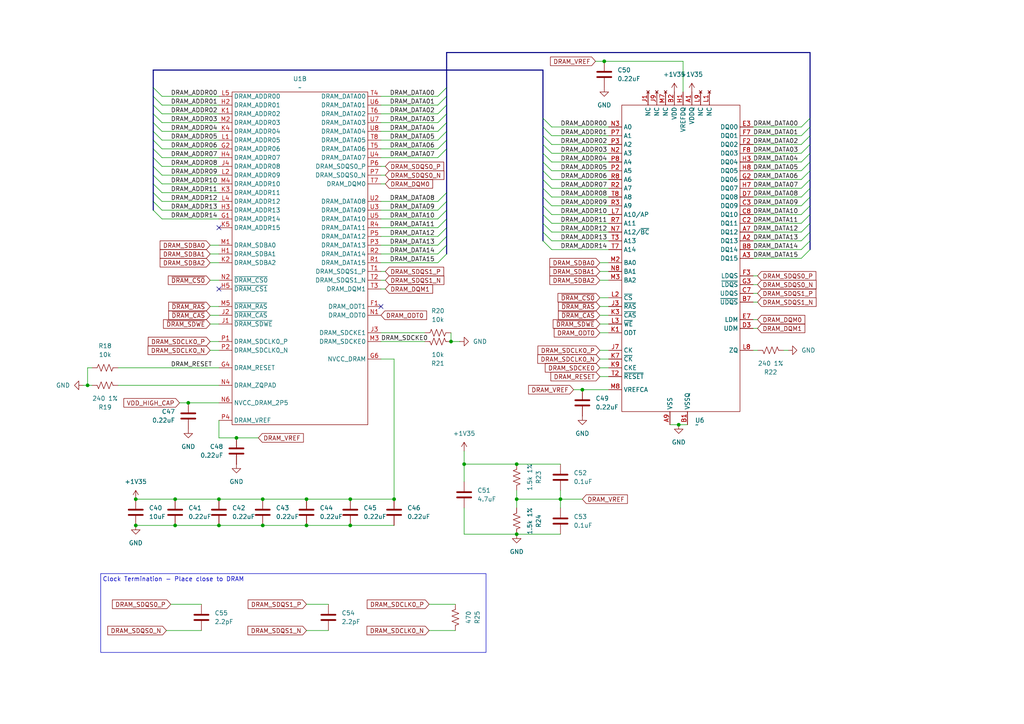
<source format=kicad_sch>
(kicad_sch (version 20231120) (generator "eeschema") (generator_version "8.0")
  (paper "A4")
  (junction (at 50.8 152.4))
  (junction (at 50.8 144.78))
  (junction (at 196.85 123.19))
  (junction (at 114.3 144.78))
  (junction (at 175.26 17.78))
  (junction (at 101.6 152.4))
  (junction (at 76.2 152.4))
  (junction (at 25.4 111.76))
  (junction (at 101.6 144.78))
  (junction (at 88.9 152.4))
  (junction (at 63.5 144.78))
  (junction (at 149.86 144.78))
  (junction (at 39.37 152.4))
  (junction (at 130.81 99.06))
  (junction (at 39.37 144.78))
  (junction (at 134.62 134.62))
  (junction (at 63.5 152.4))
  (junction (at 54.61 116.84))
  (junction (at 76.2 144.78))
  (junction (at 68.58 127))
  (junction (at 88.9 144.78))
  (junction (at 149.86 134.62))
  (junction (at 149.86 154.94))
  (junction (at 162.56 144.78))
  (junction (at 168.91 113.03))
  (no_connect (at 110.49 88.9))
  (no_connect (at 63.5 66.04))
  (no_connect (at 63.5 83.82))
  (bus_entry (at 44.45 27.94) (size 2.54 2.54))
  (bus_entry (at 129.54 30.48) (size -2.54 2.54))
  (bus_entry (at 129.54 60.96) (size -2.54 2.54))
  (bus_entry (at 157.48 34.29) (size 2.54 2.54))
  (bus_entry (at 44.45 60.96) (size 2.54 2.54))
  (bus_entry (at 234.95 69.85) (size -2.54 2.54))
  (bus_entry (at 234.95 39.37) (size -2.54 2.54))
  (bus_entry (at 44.45 30.48) (size 2.54 2.54))
  (bus_entry (at 129.54 71.12) (size -2.54 2.54))
  (bus_entry (at 44.45 33.02) (size 2.54 2.54))
  (bus_entry (at 129.54 63.5) (size -2.54 2.54))
  (bus_entry (at 157.48 46.99) (size 2.54 2.54))
  (bus_entry (at 234.95 49.53) (size -2.54 2.54))
  (bus_entry (at 129.54 40.64) (size -2.54 2.54))
  (bus_entry (at 234.95 59.69) (size -2.54 2.54))
  (bus_entry (at 129.54 33.02) (size -2.54 2.54))
  (bus_entry (at 157.48 64.77) (size 2.54 2.54))
  (bus_entry (at 157.48 59.69) (size 2.54 2.54))
  (bus_entry (at 44.45 55.88) (size 2.54 2.54))
  (bus_entry (at 44.45 25.4) (size 2.54 2.54))
  (bus_entry (at 129.54 58.42) (size -2.54 2.54))
  (bus_entry (at 129.54 73.66) (size -2.54 2.54))
  (bus_entry (at 234.95 44.45) (size -2.54 2.54))
  (bus_entry (at 44.45 45.72) (size 2.54 2.54))
  (bus_entry (at 129.54 38.1) (size -2.54 2.54))
  (bus_entry (at 44.45 58.42) (size 2.54 2.54))
  (bus_entry (at 157.48 44.45) (size 2.54 2.54))
  (bus_entry (at 129.54 27.94) (size -2.54 2.54))
  (bus_entry (at 234.95 41.91) (size -2.54 2.54))
  (bus_entry (at 129.54 66.04) (size -2.54 2.54))
  (bus_entry (at 234.95 64.77) (size -2.54 2.54))
  (bus_entry (at 44.45 35.56) (size 2.54 2.54))
  (bus_entry (at 157.48 67.31) (size 2.54 2.54))
  (bus_entry (at 157.48 39.37) (size 2.54 2.54))
  (bus_entry (at 44.45 48.26) (size 2.54 2.54))
  (bus_entry (at 44.45 50.8) (size 2.54 2.54))
  (bus_entry (at 234.95 62.23) (size -2.54 2.54))
  (bus_entry (at 234.95 52.07) (size -2.54 2.54))
  (bus_entry (at 129.54 43.18) (size -2.54 2.54))
  (bus_entry (at 157.48 49.53) (size 2.54 2.54))
  (bus_entry (at 44.45 40.64) (size 2.54 2.54))
  (bus_entry (at 157.48 52.07) (size 2.54 2.54))
  (bus_entry (at 129.54 55.88) (size -2.54 2.54))
  (bus_entry (at 44.45 38.1) (size 2.54 2.54))
  (bus_entry (at 44.45 53.34) (size 2.54 2.54))
  (bus_entry (at 157.48 41.91) (size 2.54 2.54))
  (bus_entry (at 234.95 54.61) (size -2.54 2.54))
  (bus_entry (at 234.95 36.83) (size -2.54 2.54))
  (bus_entry (at 44.45 43.18) (size 2.54 2.54))
  (bus_entry (at 157.48 69.85) (size 2.54 2.54))
  (bus_entry (at 157.48 57.15) (size 2.54 2.54))
  (bus_entry (at 157.48 62.23) (size 2.54 2.54))
  (bus_entry (at 234.95 67.31) (size -2.54 2.54))
  (bus_entry (at 234.95 34.29) (size -2.54 2.54))
  (bus_entry (at 157.48 36.83) (size 2.54 2.54))
  (bus_entry (at 157.48 54.61) (size 2.54 2.54))
  (bus_entry (at 234.95 57.15) (size -2.54 2.54))
  (bus_entry (at 129.54 68.58) (size -2.54 2.54))
  (bus_entry (at 234.95 46.99) (size -2.54 2.54))
  (bus_entry (at 234.95 72.39) (size -2.54 2.54))
  (bus_entry (at 129.54 35.56) (size -2.54 2.54))
  (bus_entry (at 129.54 25.4) (size -2.54 2.54))
  (wire (pts (xy 110.49 40.64) (xy 127 40.64)))
  (bus (pts (xy 157.48 64.77) (xy 157.48 62.23)))
  (wire (pts (xy 160.02 67.31) (xy 176.53 67.31)))
  (wire (pts (xy 219.71 101.6) (xy 218.44 101.6)))
  (bus (pts (xy 234.95 15.24) (xy 234.95 34.29)))
  (wire (pts (xy 199.39 123.19) (xy 196.85 123.19)))
  (bus (pts (xy 44.45 53.34) (xy 44.45 50.8)))
  (bus (pts (xy 129.54 25.4) (xy 129.54 15.24)))
  (wire (pts (xy 134.62 154.94) (xy 134.62 147.32)))
  (wire (pts (xy 46.99 40.64) (xy 63.5 40.64)))
  (wire (pts (xy 160.02 39.37) (xy 176.53 39.37)))
  (wire (pts (xy 160.02 36.83) (xy 176.53 36.83)))
  (wire (pts (xy 110.49 30.48) (xy 127 30.48)))
  (bus (pts (xy 44.45 43.18) (xy 44.45 40.64)))
  (wire (pts (xy 160.02 57.15) (xy 176.53 57.15)))
  (bus (pts (xy 129.54 30.48) (xy 129.54 27.94)))
  (wire (pts (xy 110.49 35.56) (xy 127 35.56)))
  (wire (pts (xy 134.62 130.81) (xy 134.62 134.62)))
  (bus (pts (xy 234.95 54.61) (xy 234.95 52.07)))
  (wire (pts (xy 46.99 50.8) (xy 63.5 50.8)))
  (bus (pts (xy 129.54 15.24) (xy 234.95 15.24)))
  (wire (pts (xy 160.02 59.69) (xy 176.53 59.69)))
  (wire (pts (xy 48.26 182.88) (xy 58.42 182.88)))
  (bus (pts (xy 129.54 58.42) (xy 129.54 55.88)))
  (wire (pts (xy 46.99 58.42) (xy 63.5 58.42)))
  (wire (pts (xy 110.49 96.52) (xy 123.19 96.52)))
  (wire (pts (xy 60.96 91.44) (xy 63.5 91.44)))
  (wire (pts (xy 218.44 49.53) (xy 232.41 49.53)))
  (wire (pts (xy 160.02 64.77) (xy 176.53 64.77)))
  (bus (pts (xy 44.45 60.96) (xy 44.45 58.42)))
  (wire (pts (xy 88.9 152.4) (xy 101.6 152.4)))
  (bus (pts (xy 234.95 41.91) (xy 234.95 39.37)))
  (wire (pts (xy 173.99 91.44) (xy 176.53 91.44)))
  (wire (pts (xy 68.58 127) (xy 63.5 127)))
  (wire (pts (xy 60.96 99.06) (xy 63.5 99.06)))
  (wire (pts (xy 196.85 123.19) (xy 194.31 123.19)))
  (bus (pts (xy 234.95 36.83) (xy 234.95 34.29)))
  (bus (pts (xy 44.45 50.8) (xy 44.45 48.26)))
  (wire (pts (xy 63.5 144.78) (xy 76.2 144.78)))
  (wire (pts (xy 110.49 27.94) (xy 127 27.94)))
  (bus (pts (xy 129.54 73.66) (xy 129.54 71.12)))
  (bus (pts (xy 129.54 33.02) (xy 129.54 30.48)))
  (wire (pts (xy 160.02 54.61) (xy 176.53 54.61)))
  (wire (pts (xy 173.99 86.36) (xy 176.53 86.36)))
  (wire (pts (xy 110.49 76.2) (xy 127 76.2)))
  (wire (pts (xy 218.44 62.23) (xy 232.41 62.23)))
  (wire (pts (xy 173.99 96.52) (xy 176.53 96.52)))
  (wire (pts (xy 218.44 41.91) (xy 232.41 41.91)))
  (wire (pts (xy 60.96 71.12) (xy 63.5 71.12)))
  (bus (pts (xy 157.48 57.15) (xy 157.48 54.61)))
  (wire (pts (xy 149.86 134.62) (xy 162.56 134.62)))
  (wire (pts (xy 46.99 43.18) (xy 63.5 43.18)))
  (wire (pts (xy 60.96 81.28) (xy 63.5 81.28)))
  (wire (pts (xy 111.76 78.74) (xy 110.49 78.74)))
  (wire (pts (xy 88.9 182.88) (xy 95.25 182.88)))
  (wire (pts (xy 60.96 76.2) (xy 63.5 76.2)))
  (wire (pts (xy 133.35 99.06) (xy 130.81 99.06)))
  (wire (pts (xy 160.02 62.23) (xy 176.53 62.23)))
  (bus (pts (xy 44.45 33.02) (xy 44.45 30.48)))
  (wire (pts (xy 46.99 30.48) (xy 63.5 30.48)))
  (wire (pts (xy 46.99 55.88) (xy 63.5 55.88)))
  (wire (pts (xy 173.99 76.2) (xy 176.53 76.2)))
  (bus (pts (xy 234.95 52.07) (xy 234.95 49.53)))
  (bus (pts (xy 234.95 64.77) (xy 234.95 62.23)))
  (wire (pts (xy 25.4 111.76) (xy 25.4 106.68)))
  (bus (pts (xy 234.95 57.15) (xy 234.95 54.61)))
  (bus (pts (xy 44.45 35.56) (xy 44.45 33.02)))
  (wire (pts (xy 46.99 33.02) (xy 63.5 33.02)))
  (wire (pts (xy 219.71 95.25) (xy 218.44 95.25)))
  (bus (pts (xy 234.95 69.85) (xy 234.95 67.31)))
  (wire (pts (xy 218.44 59.69) (xy 232.41 59.69)))
  (wire (pts (xy 111.76 83.82) (xy 110.49 83.82)))
  (wire (pts (xy 160.02 44.45) (xy 176.53 44.45)))
  (wire (pts (xy 218.44 44.45) (xy 232.41 44.45)))
  (wire (pts (xy 172.72 17.78) (xy 175.26 17.78)))
  (wire (pts (xy 49.53 175.26) (xy 58.42 175.26)))
  (wire (pts (xy 173.99 81.28) (xy 176.53 81.28)))
  (wire (pts (xy 160.02 52.07) (xy 176.53 52.07)))
  (wire (pts (xy 63.5 152.4) (xy 76.2 152.4)))
  (wire (pts (xy 111.76 53.34) (xy 110.49 53.34)))
  (wire (pts (xy 218.44 67.31) (xy 232.41 67.31)))
  (wire (pts (xy 160.02 49.53) (xy 176.53 49.53)))
  (bus (pts (xy 44.45 48.26) (xy 44.45 45.72)))
  (bus (pts (xy 234.95 44.45) (xy 234.95 41.91)))
  (wire (pts (xy 46.99 63.5) (xy 63.5 63.5)))
  (wire (pts (xy 39.37 152.4) (xy 50.8 152.4)))
  (bus (pts (xy 129.54 63.5) (xy 129.54 60.96)))
  (wire (pts (xy 110.49 43.18) (xy 127 43.18)))
  (bus (pts (xy 157.48 36.83) (xy 157.48 34.29)))
  (wire (pts (xy 173.99 78.74) (xy 176.53 78.74)))
  (wire (pts (xy 60.96 93.98) (xy 63.5 93.98)))
  (bus (pts (xy 129.54 60.96) (xy 129.54 58.42)))
  (bus (pts (xy 44.45 20.32) (xy 157.48 20.32)))
  (bus (pts (xy 129.54 27.94) (xy 129.54 25.4)))
  (bus (pts (xy 129.54 71.12) (xy 129.54 68.58)))
  (wire (pts (xy 162.56 144.78) (xy 168.91 144.78)))
  (wire (pts (xy 34.29 106.68) (xy 63.5 106.68)))
  (wire (pts (xy 110.49 38.1) (xy 127 38.1)))
  (wire (pts (xy 54.61 116.84) (xy 63.5 116.84)))
  (wire (pts (xy 74.93 127) (xy 68.58 127)))
  (wire (pts (xy 130.81 99.06) (xy 130.81 96.52)))
  (wire (pts (xy 173.99 104.14) (xy 176.53 104.14)))
  (wire (pts (xy 110.49 73.66) (xy 127 73.66)))
  (bus (pts (xy 44.45 40.64) (xy 44.45 38.1)))
  (wire (pts (xy 110.49 71.12) (xy 127 71.12)))
  (wire (pts (xy 110.49 60.96) (xy 127 60.96)))
  (bus (pts (xy 44.45 55.88) (xy 44.45 53.34)))
  (wire (pts (xy 160.02 72.39) (xy 176.53 72.39)))
  (wire (pts (xy 25.4 111.76) (xy 26.67 111.76)))
  (wire (pts (xy 111.76 48.26) (xy 110.49 48.26)))
  (wire (pts (xy 149.86 142.24) (xy 149.86 144.78)))
  (wire (pts (xy 46.99 48.26) (xy 63.5 48.26)))
  (wire (pts (xy 124.46 182.88) (xy 132.08 182.88)))
  (wire (pts (xy 110.49 58.42) (xy 127 58.42)))
  (bus (pts (xy 129.54 66.04) (xy 129.54 63.5)))
  (wire (pts (xy 160.02 46.99) (xy 176.53 46.99)))
  (wire (pts (xy 162.56 142.24) (xy 162.56 144.78)))
  (bus (pts (xy 129.54 55.88) (xy 129.54 43.18)))
  (wire (pts (xy 134.62 134.62) (xy 134.62 139.7)))
  (bus (pts (xy 157.48 41.91) (xy 157.48 39.37)))
  (bus (pts (xy 157.48 44.45) (xy 157.48 41.91)))
  (bus (pts (xy 44.45 27.94) (xy 44.45 25.4)))
  (bus (pts (xy 234.95 46.99) (xy 234.95 44.45)))
  (bus (pts (xy 129.54 43.18) (xy 129.54 40.64)))
  (wire (pts (xy 218.44 64.77) (xy 232.41 64.77)))
  (wire (pts (xy 149.86 154.94) (xy 134.62 154.94)))
  (wire (pts (xy 228.6 101.6) (xy 227.33 101.6)))
  (bus (pts (xy 129.54 38.1) (xy 129.54 35.56)))
  (bus (pts (xy 234.95 49.53) (xy 234.95 46.99)))
  (bus (pts (xy 129.54 40.64) (xy 129.54 38.1)))
  (bus (pts (xy 157.48 62.23) (xy 157.48 59.69)))
  (wire (pts (xy 110.49 99.06) (xy 123.19 99.06)))
  (wire (pts (xy 173.99 109.22) (xy 176.53 109.22)))
  (bus (pts (xy 157.48 54.61) (xy 157.48 52.07)))
  (wire (pts (xy 218.44 52.07) (xy 232.41 52.07)))
  (wire (pts (xy 88.9 175.26) (xy 95.25 175.26)))
  (bus (pts (xy 44.45 58.42) (xy 44.45 55.88)))
  (wire (pts (xy 110.49 66.04) (xy 127 66.04)))
  (bus (pts (xy 44.45 45.72) (xy 44.45 43.18)))
  (bus (pts (xy 157.48 20.32) (xy 157.48 34.29)))
  (wire (pts (xy 168.91 113.03) (xy 176.53 113.03)))
  (wire (pts (xy 218.44 69.85) (xy 232.41 69.85)))
  (wire (pts (xy 218.44 54.61) (xy 232.41 54.61)))
  (bus (pts (xy 44.45 38.1) (xy 44.45 35.56)))
  (wire (pts (xy 114.3 104.14) (xy 110.49 104.14)))
  (wire (pts (xy 173.99 106.68) (xy 176.53 106.68)))
  (wire (pts (xy 198.12 17.78) (xy 175.26 17.78)))
  (wire (pts (xy 219.71 82.55) (xy 218.44 82.55)))
  (bus (pts (xy 157.48 59.69) (xy 157.48 57.15)))
  (bus (pts (xy 157.48 67.31) (xy 157.48 64.77)))
  (wire (pts (xy 114.3 144.78) (xy 114.3 104.14)))
  (wire (pts (xy 218.44 36.83) (xy 232.41 36.83)))
  (wire (pts (xy 160.02 41.91) (xy 176.53 41.91)))
  (wire (pts (xy 218.44 39.37) (xy 232.41 39.37)))
  (wire (pts (xy 173.99 101.6) (xy 176.53 101.6)))
  (wire (pts (xy 46.99 35.56) (xy 63.5 35.56)))
  (wire (pts (xy 173.99 93.98) (xy 176.53 93.98)))
  (wire (pts (xy 76.2 144.78) (xy 88.9 144.78)))
  (wire (pts (xy 198.12 26.67) (xy 198.12 17.78)))
  (bus (pts (xy 234.95 62.23) (xy 234.95 59.69)))
  (wire (pts (xy 218.44 57.15) (xy 232.41 57.15)))
  (wire (pts (xy 166.37 113.03) (xy 168.91 113.03)))
  (bus (pts (xy 157.48 69.85) (xy 157.48 67.31)))
  (wire (pts (xy 88.9 144.78) (xy 101.6 144.78)))
  (wire (pts (xy 52.07 116.84) (xy 54.61 116.84)))
  (wire (pts (xy 39.37 144.78) (xy 50.8 144.78)))
  (bus (pts (xy 157.48 49.53) (xy 157.48 46.99)))
  (wire (pts (xy 149.86 144.78) (xy 162.56 144.78)))
  (wire (pts (xy 134.62 134.62) (xy 149.86 134.62)))
  (wire (pts (xy 111.76 50.8) (xy 110.49 50.8)))
  (wire (pts (xy 218.44 72.39) (xy 232.41 72.39)))
  (wire (pts (xy 101.6 144.78) (xy 114.3 144.78)))
  (wire (pts (xy 34.29 111.76) (xy 63.5 111.76)))
  (bus (pts (xy 129.54 68.58) (xy 129.54 66.04)))
  (wire (pts (xy 46.99 53.34) (xy 63.5 53.34)))
  (bus (pts (xy 129.54 35.56) (xy 129.54 33.02)))
  (wire (pts (xy 24.13 111.76) (xy 25.4 111.76)))
  (bus (pts (xy 234.95 67.31) (xy 234.95 64.77)))
  (wire (pts (xy 60.96 73.66) (xy 63.5 73.66)))
  (wire (pts (xy 219.71 85.09) (xy 218.44 85.09)))
  (bus (pts (xy 44.45 30.48) (xy 44.45 27.94)))
  (bus (pts (xy 234.95 39.37) (xy 234.95 36.83)))
  (wire (pts (xy 219.71 87.63) (xy 218.44 87.63)))
  (bus (pts (xy 157.48 39.37) (xy 157.48 36.83)))
  (wire (pts (xy 60.96 101.6) (xy 63.5 101.6)))
  (bus (pts (xy 157.48 52.07) (xy 157.48 49.53)))
  (bus (pts (xy 234.95 59.69) (xy 234.95 57.15)))
  (bus (pts (xy 157.48 46.99) (xy 157.48 44.45)))
  (wire (pts (xy 173.99 88.9) (xy 176.53 88.9)))
  (wire (pts (xy 60.96 88.9) (xy 63.5 88.9)))
  (bus (pts (xy 234.95 72.39) (xy 234.95 69.85)))
  (wire (pts (xy 162.56 144.78) (xy 162.56 147.32)))
  (wire (pts (xy 63.5 127) (xy 63.5 121.92)))
  (wire (pts (xy 110.49 68.58) (xy 127 68.58)))
  (wire (pts (xy 218.44 74.93) (xy 232.41 74.93)))
  (wire (pts (xy 219.71 92.71) (xy 218.44 92.71)))
  (wire (pts (xy 110.49 45.72) (xy 127 45.72)))
  (wire (pts (xy 101.6 152.4) (xy 114.3 152.4)))
  (wire (pts (xy 218.44 46.99) (xy 232.41 46.99)))
  (wire (pts (xy 110.49 63.5) (xy 127 63.5)))
  (wire (pts (xy 219.71 80.01) (xy 218.44 80.01)))
  (wire (pts (xy 46.99 27.94) (xy 63.5 27.94)))
  (wire (pts (xy 50.8 144.78) (xy 63.5 144.78)))
  (wire (pts (xy 110.49 33.02) (xy 127 33.02)))
  (wire (pts (xy 46.99 45.72) (xy 63.5 45.72)))
  (bus (pts (xy 44.45 20.32) (xy 44.45 25.4)))
  (wire (pts (xy 160.02 69.85) (xy 176.53 69.85)))
  (wire (pts (xy 50.8 152.4) (xy 63.5 152.4)))
  (wire (pts (xy 124.46 175.26) (xy 132.08 175.26)))
  (wire (pts (xy 76.2 152.4) (xy 88.9 152.4)))
  (wire (pts (xy 46.99 60.96) (xy 63.5 60.96)))
  (wire (pts (xy 46.99 38.1) (xy 63.5 38.1)))
  (wire (pts (xy 25.4 106.68) (xy 26.67 106.68)))
  (wire (pts (xy 111.76 81.28) (xy 110.49 81.28)))
  (wire (pts (xy 162.56 154.94) (xy 149.86 154.94)))
  (wire (pts (xy 149.86 144.78) (xy 149.86 147.32)))
  (rectangle (start 29.21 166.37) (end 140.97 189.23))
  (text "Clock Termination - Place close to DRAM" (at 50.292 168.148 0) (effects (font (size 1.27 1.27))))
  (label "DRAM_ADDR12" (at 162.56 67.31 0))
  (label "DRAM_RESET" (at 49.53 106.68 0))
  (label "DRAM_DATA09" (at 113.03 60.96 0))
  (label "DRAM_ADDR08" (at 49.53 48.26 0))
  (label "DRAM_DATA15" (at 113.03 76.2 0))
  (label "DRAM_ADDR04" (at 49.53 38.1 0))
  (label "DRAM_ADDR04" (at 162.56 46.99 0))
  (label "DRAM_DATA10" (at 218.44 62.23 0))
  (label "DRAM_DATA10" (at 113.03 63.5 0))
  (label "DRAM_DATA08" (at 113.03 58.42 0))
  (label "DRAM_ADDR11" (at 162.56 64.77 0))
  (label "DRAM_DATA13" (at 218.44 69.85 0))
  (label "DRAM_ADDR07" (at 162.56 54.61 0))
  (label "DRAM_DATA06" (at 113.03 43.18 0))
  (label "DRAM_DATA04" (at 113.03 38.1 0))
  (label "DRAM_DATA07" (at 218.44 54.61 0))
  (label "DRAM_ADDR11" (at 49.53 55.88 0))
  (label "DRAM_DATA09" (at 218.44 59.69 0))
  (label "DRAM_ADDR05" (at 162.56 49.53 0))
  (label "DRAM_ADDR09" (at 162.56 59.69 0))
  (label "DRAM_ADDR02" (at 162.56 41.91 0))
  (label "DRAM_ADDR12" (at 49.53 58.42 0))
  (label "DRAM_ADDR01" (at 49.53 30.48 0))
  (label "DRAM_DATA13" (at 113.03 71.12 0))
  (label "DRAM_ADDR03" (at 162.56 44.45 0))
  (label "DRAM_ADDR02" (at 49.53 33.02 0))
  (label "DRAM_DATA06" (at 218.44 52.07 0))
  (label "DRAM_DATA11" (at 218.44 64.77 0))
  (label "DRAM_ADDR03" (at 49.53 35.56 0))
  (label "DRAM_DATA05" (at 113.03 40.64 0))
  (label "DRAM_DATA04" (at 218.44 46.99 0))
  (label "DRAM_ADDR13" (at 162.56 69.85 0))
  (label "DRAM_ADDR00" (at 49.53 27.94 0))
  (label "DRAM_ADDR10" (at 49.53 53.34 0))
  (label "DRAM_DATA02" (at 113.03 33.02 0))
  (label "DRAM_ADDR06" (at 49.53 43.18 0))
  (label "DRAM_ADDR08" (at 162.56 57.15 0))
  (label "DRAM_DATA03" (at 113.03 35.56 0))
  (label "DRAM_ADDR13" (at 49.53 60.96 0))
  (label "DRAM_DATA14" (at 113.03 73.66 0))
  (label "DRAM_ADDR14" (at 49.53 63.5 0))
  (label "DRAM_ADDR01" (at 162.56 39.37 0))
  (label "DRAM_DATA02" (at 218.44 41.91 0))
  (label "DRAM_DATA05" (at 218.44 49.53 0))
  (label "DRAM_ADDR09" (at 49.53 50.8 0))
  (label "DRAM_DATA01" (at 218.44 39.37 0))
  (label "DRAM_DATA00" (at 218.44 36.83 0))
  (label "DRAM_DATA03" (at 218.44 44.45 0))
  (label "DRAM_DATA01" (at 113.03 30.48 0))
  (label "DRAM_DATA14" (at 218.44 72.39 0))
  (label "DRAM_ADDR14" (at 162.56 72.39 0))
  (label "DRAM_DATA00" (at 113.03 27.94 0))
  (label "DRAM_SDCKE0" (at 110.49 99.06 0))
  (label "DRAM_DATA12" (at 113.03 68.58 0))
  (label "DRAM_DATA12" (at 218.44 67.31 0))
  (label "DRAM_DATA11" (at 113.03 66.04 0))
  (label "DRAM_DATA08" (at 218.44 57.15 0))
  (label "DRAM_DATA07" (at 113.03 45.72 0))
  (label "DRAM_ADDR07" (at 49.53 45.72 0))
  (label "DRAM_ADDR10" (at 162.56 62.23 0))
  (label "DRAM_DATA15" (at 218.44 74.93 0))
  (label "DRAM_ADDR06" (at 162.56 52.07 0))
  (label "DRAM_ADDR00" (at 162.56 36.83 0))
  (label "DRAM_ADDR05" (at 49.53 40.64 0))
  (global_label "DRAM_SDCLK0_N" (shape input) (at 124.46 182.88 180) (property "Intersheetrefs" "${INTERSHEET_REFS}" (effects (hide yes))))
  (global_label "DRAM_SDCLK0_P" (shape input) (at 60.96 99.06 180) (property "Intersheetrefs" "${INTERSHEET_REFS}" (effects (hide yes))))
  (global_label "DRAM_SDBA0" (shape input) (at 173.99 76.2 180) (property "Intersheetrefs" "${INTERSHEET_REFS}" (effects (hide yes))))
  (global_label "DRAM_ODT0" (shape input) (at 173.99 96.52 180) (property "Intersheetrefs" "${INTERSHEET_REFS}" (effects (hide yes))))
  (global_label "DRAM_SDQS0_N" (shape input) (at 219.71 82.55 0) (property "Intersheetrefs" "${INTERSHEET_REFS}" (effects (hide yes))))
  (global_label "~{DRAM_CS0}" (shape input) (at 173.99 86.36 180) (property "Intersheetrefs" "${INTERSHEET_REFS}" (effects (hide yes))))
  (global_label "DRAM_SDCLK0_P" (shape input) (at 124.46 175.26 180) (property "Intersheetrefs" "${INTERSHEET_REFS}" (effects (hide yes))))
  (global_label "DRAM_SDQS1_P" (shape input) (at 111.76 78.74 0) (property "Intersheetrefs" "${INTERSHEET_REFS}" (effects (hide yes))))
  (global_label "DRAM_VREF" (shape input) (at 168.91 144.78 0) (property "Intersheetrefs" "${INTERSHEET_REFS}" (effects (hide yes))))
  (global_label "DRAM_SDQS1_P" (shape input) (at 219.71 85.09 0) (property "Intersheetrefs" "${INTERSHEET_REFS}" (effects (hide yes))))
  (global_label "VDD_HIGH_CAP" (shape input) (at 52.07 116.84 180) (property "Intersheetrefs" "${INTERSHEET_REFS}" (effects (hide yes))))
  (global_label "DRAM_SDQS1_N" (shape input) (at 219.71 87.63 0) (property "Intersheetrefs" "${INTERSHEET_REFS}" (effects (hide yes))))
  (global_label "DRAM_VREF" (shape input) (at 166.37 113.03 180) (property "Intersheetrefs" "${INTERSHEET_REFS}" (effects (hide yes))))
  (global_label "DRAM_ODT0" (shape input) (at 110.49 91.44 0) (property "Intersheetrefs" "${INTERSHEET_REFS}" (effects (hide yes))))
  (global_label "DRAM_DQM1" (shape input) (at 111.76 83.82 0) (property "Intersheetrefs" "${INTERSHEET_REFS}" (effects (hide yes))))
  (global_label "DRAM_SDBA2" (shape input) (at 173.99 81.28 180) (property "Intersheetrefs" "${INTERSHEET_REFS}" (effects (hide yes))))
  (global_label "DRAM_SDQS1_P" (shape input) (at 88.9 175.26 180) (property "Intersheetrefs" "${INTERSHEET_REFS}" (effects (hide yes))))
  (global_label "DRAM_SDQS0_N" (shape input) (at 48.26 182.88 180) (property "Intersheetrefs" "${INTERSHEET_REFS}" (effects (hide yes))))
  (global_label "DRAM_SDBA1" (shape input) (at 60.96 73.66 180) (property "Intersheetrefs" "${INTERSHEET_REFS}" (effects (hide yes))))
  (global_label "DRAM_SDCKE0" (shape input) (at 173.99 106.68 180) (property "Intersheetrefs" "${INTERSHEET_REFS}" (effects (hide yes))))
  (global_label "DRAM_SDCLK0_N" (shape input) (at 60.96 101.6 180) (property "Intersheetrefs" "${INTERSHEET_REFS}" (effects (hide yes))))
  (global_label "DRAM_SDQS0_N" (shape input) (at 111.76 50.8 0) (property "Intersheetrefs" "${INTERSHEET_REFS}" (effects (hide yes))))
  (global_label "DRAM_DQM1" (shape input) (at 219.71 95.25 0) (property "Intersheetrefs" "${INTERSHEET_REFS}" (effects (hide yes))))
  (global_label "~{DRAM_RAS}" (shape input) (at 60.96 88.9 180) (property "Intersheetrefs" "${INTERSHEET_REFS}" (effects (hide yes))))
  (global_label "DRAM_DQM0" (shape input) (at 219.71 92.71 0) (property "Intersheetrefs" "${INTERSHEET_REFS}" (effects (hide yes))))
  (global_label "DRAM_SDQS0_P" (shape input) (at 219.71 80.01 0) (property "Intersheetrefs" "${INTERSHEET_REFS}" (effects (hide yes))))
  (global_label "DRAM_SDQS0_P" (shape input) (at 49.53 175.26 180) (property "Intersheetrefs" "${INTERSHEET_REFS}" (effects (hide yes))))
  (global_label "DRAM_SDBA1" (shape input) (at 173.99 78.74 180) (property "Intersheetrefs" "${INTERSHEET_REFS}" (effects (hide yes))))
  (global_label "~{DRAM_SDWE}" (shape input) (at 60.96 93.98 180) (property "Intersheetrefs" "${INTERSHEET_REFS}" (effects (hide yes))))
  (global_label "~{DRAM_RAS}" (shape input) (at 173.99 88.9 180) (property "Intersheetrefs" "${INTERSHEET_REFS}" (effects (hide yes))))
  (global_label "DRAM_SDBA2" (shape input) (at 60.96 76.2 180) (property "Intersheetrefs" "${INTERSHEET_REFS}" (effects (hide yes))))
  (global_label "~{DRAM_CAS}" (shape input) (at 173.99 91.44 180) (property "Intersheetrefs" "${INTERSHEET_REFS}" (effects (hide yes))))
  (global_label "DRAM_VREF" (shape input) (at 74.93 127 0) (property "Intersheetrefs" "${INTERSHEET_REFS}" (effects (hide yes))))
  (global_label "DRAM_SDQS1_N" (shape input) (at 111.76 81.28 0) (property "Intersheetrefs" "${INTERSHEET_REFS}" (effects (hide yes))))
  (global_label "DRAM_VREF" (shape input) (at 172.72 17.78 180) (property "Intersheetrefs" "${INTERSHEET_REFS}" (effects (hide yes))))
  (global_label "~{DRAM_CAS}" (shape input) (at 60.96 91.44 180) (property "Intersheetrefs" "${INTERSHEET_REFS}" (effects (hide yes))))
  (global_label "DRAM_SDCLK0_P" (shape input) (at 173.99 101.6 180) (property "Intersheetrefs" "${INTERSHEET_REFS}" (effects (hide yes))))
  (global_label "DRAM_RESET" (shape input) (at 173.99 109.22 180) (property "Intersheetrefs" "${INTERSHEET_REFS}" (effects (hide yes))))
  (global_label "~{DRAM_CS0}" (shape input) (at 60.96 81.28 180) (property "Intersheetrefs" "${INTERSHEET_REFS}" (effects (hide yes))))
  (global_label "DRAM_SDQS0_P" (shape input) (at 111.76 48.26 0) (property "Intersheetrefs" "${INTERSHEET_REFS}" (effects (hide yes))))
  (global_label "~{DRAM_SDWE}" (shape input) (at 173.99 93.98 180) (property "Intersheetrefs" "${INTERSHEET_REFS}" (effects (hide yes))))
  (global_label "DRAM_SDQS1_N" (shape input) (at 88.9 182.88 180) (property "Intersheetrefs" "${INTERSHEET_REFS}" (effects (hide yes))))
  (global_label "DRAM_SDCLK0_N" (shape input) (at 173.99 104.14 180) (property "Intersheetrefs" "${INTERSHEET_REFS}" (effects (hide yes))))
  (global_label "DRAM_DQM0" (shape input) (at 111.76 53.34 0) (property "Intersheetrefs" "${INTERSHEET_REFS}" (effects (hide yes))))
  (global_label "DRAM_SDBA0" (shape input) (at 60.96 71.12 180) (property "Intersheetrefs" "${INTERSHEET_REFS}" (effects (hide yes))))
  (symbol (lib_id "imx6_test:MT41K256M16TW-107{colon}P") (at 196.85 68.58 0) (unit 1)
    (property "Reference" "U6" (at 201.5841 121.92 0) (effects (justify left)))
    (property "Value" "~" (at 201.5841 123.19 0) (effects (justify left)))
    (property "Footprint" "imx6test:TFBGA-96" (effects (hide yes)))
    (property "LCSC Part #" "C253882" (effects (hide yes)))
  )
  (symbol (lib_id "power:GND") (at 196.85 123.19 0) (unit 1)
    (property "Reference" "#PWR042" (effects (hide yes)))
    (property "Value" "GND" (at 196.85 128.27 0))
    (property "Description" "Power symbol creates a global label with name \"GND\" , ground" (effects (hide yes)))
  )
  (symbol (lib_id "power:GND") (at 133.35 99.06 90) (unit 1)
    (property "Reference" "#PWR040" (effects (hide yes)))
    (property "Value" "GND" (at 137.16 99.0599 90) (effects (justify right)))
    (property "Description" "Power symbol creates a global label with name \"GND\" , ground" (effects (hide yes)))
  )
  (symbol (lib_id "Device:C") (at 50.8 148.59 0) (unit 1)
    (property "Reference" "C41" (at 54.61 147.3199 0) (effects (justify left)))
    (property "Value" "0.22uF" (at 54.61 149.8599 0) (effects (justify left)))
    (property "Footprint" "Capacitor_SMD:C_0402_1005Metric" (effects (hide yes)))
    (property "Description" "Unpolarized capacitor" (effects (hide yes)))
  )
  (symbol (lib_id "Device:C") (at 63.5 148.59 0) (unit 1)
    (property "Reference" "C42" (at 67.31 147.3199 0) (effects (justify left)))
    (property "Value" "0.22uF" (at 67.31 149.8599 0) (effects (justify left)))
    (property "Footprint" "Capacitor_SMD:C_0402_1005Metric" (effects (hide yes)))
    (property "Description" "Unpolarized capacitor" (effects (hide yes)))
  )
  (symbol (lib_id "imx6:MCIMX6Y2CVM08AB") (at 90.17 45.72 0) (unit 2)
    (property "Reference" "U1" (at 86.995 22.86 0))
    (property "Value" "~" (at 86.995 25.4 0))
    (property "Footprint" "Package_BGA:MAPBGA_14x14mm_Layout17x17_P0.8mm" (effects (hide yes)))
    (property "LCSC Part #" "C414042" (effects (hide yes)))
  )
  (symbol (lib_id "Device:C") (at 54.61 120.65 0) (mirror y) (unit 1)
    (property "Reference" "C47" (at 50.8 119.3799 0) (effects (justify left)))
    (property "Value" "0.22uF" (at 50.8 121.9199 0) (effects (justify left)))
    (property "Footprint" "Capacitor_SMD:C_0402_1005Metric" (effects (hide yes)))
    (property "Description" "Unpolarized capacitor" (effects (hide yes)))
  )
  (symbol (lib_id "Device:C") (at 162.56 138.43 0) (unit 1)
    (property "Reference" "C52" (at 166.37 137.1599 0) (effects (justify left)))
    (property "Value" "0.1uF" (at 166.37 139.6999 0) (effects (justify left)))
    (property "Footprint" "Capacitor_SMD:C_0402_1005Metric" (effects (hide yes)))
    (property "Description" "Unpolarized capacitor" (effects (hide yes)))
  )
  (symbol (lib_id "Device:C") (at 114.3 148.59 0) (unit 1)
    (property "Reference" "C46" (at 118.11 147.3199 0) (effects (justify left)))
    (property "Value" "0.22uF" (at 118.11 149.8599 0) (effects (justify left)))
    (property "Footprint" "Capacitor_SMD:C_0402_1005Metric" (effects (hide yes)))
    (property "Description" "Unpolarized capacitor" (effects (hide yes)))
  )
  (symbol (lib_id "Device:R_US") (at 149.86 138.43 0) (mirror x) (unit 1)
    (property "Reference" "R23" (at 156.21 138.43 90))
    (property "Value" "1.5k 1%" (at 153.67 138.43 90))
    (property "Footprint" "Resistor_SMD:R_0402_1005Metric" (effects (hide yes)))
    (property "Description" "Resistor, US symbol" (effects (hide yes)))
  )
  (symbol (lib_id "power:GND") (at 68.58 134.62 0) (unit 1)
    (property "Reference" "#PWR039" (effects (hide yes)))
    (property "Value" "GND" (at 68.58 139.7 0))
    (property "Description" "Power symbol creates a global label with name \"GND\" , ground" (effects (hide yes)))
  )
  (symbol (lib_id "power:+1V35") (at 200.66 26.67 0) (unit 1)
    (property "Reference" "#PWR044" (effects (hide yes)))
    (property "Value" "+1V35" (at 200.66 21.59 0))
    (property "Description" "Power symbol creates a global label with name \"+1V35\"" (effects (hide yes)))
  )
  (symbol (lib_id "Device:C") (at 175.26 21.59 0) (unit 1)
    (property "Reference" "C50" (at 179.07 20.3199 0) (effects (justify left)))
    (property "Value" "0.22uF" (at 179.07 22.8599 0) (effects (justify left)))
    (property "Footprint" "Capacitor_SMD:C_0402_1005Metric" (effects (hide yes)))
    (property "Description" "Unpolarized capacitor" (effects (hide yes)))
  )
  (symbol (lib_id "Device:C") (at 76.2 148.59 0) (unit 1)
    (property "Reference" "C43" (at 80.01 147.3199 0) (effects (justify left)))
    (property "Value" "0.22uF" (at 80.01 149.8599 0) (effects (justify left)))
    (property "Footprint" "Capacitor_SMD:C_0402_1005Metric" (effects (hide yes)))
    (property "Description" "Unpolarized capacitor" (effects (hide yes)))
  )
  (symbol (lib_id "power:GND") (at 175.26 25.4 0) (mirror y) (unit 1)
    (property "Reference" "#PWR045" (effects (hide yes)))
    (property "Value" "GND" (at 175.26 30.48 0))
    (property "Description" "Power symbol creates a global label with name \"GND\" , ground" (effects (hide yes)))
  )
  (symbol (lib_id "power:GND") (at 54.61 124.46 0) (unit 1)
    (property "Reference" "#PWR038" (effects (hide yes)))
    (property "Value" "GND" (at 54.61 129.54 0))
    (property "Description" "Power symbol creates a global label with name \"GND\" , ground" (effects (hide yes)))
  )
  (symbol (lib_id "Device:R_US") (at 30.48 111.76 90) (mirror x) (unit 1)
    (property "Reference" "R19" (at 30.48 118.11 90))
    (property "Value" "240 1%" (at 30.48 115.57 90))
    (property "Footprint" "Resistor_SMD:R_0402_1005Metric" (effects (hide yes)))
    (property "Description" "Resistor, US symbol" (effects (hide yes)))
  )
  (symbol (lib_id "power:+1V35") (at 134.62 130.81 0) (unit 1)
    (property "Reference" "#PWR047" (effects (hide yes)))
    (property "Value" "+1V35" (at 134.62 125.73 0))
    (property "Description" "Power symbol creates a global label with name \"+1V35\"" (effects (hide yes)))
  )
  (symbol (lib_id "Device:C") (at 58.42 179.07 0) (unit 1)
    (property "Reference" "C55" (at 62.23 177.7999 0) (effects (justify left)))
    (property "Value" "2.2pF" (at 62.23 180.3399 0) (effects (justify left)))
    (property "Footprint" "Capacitor_SMD:C_0402_1005Metric" (effects (hide yes)))
    (property "Description" "Unpolarized capacitor" (effects (hide yes)))
  )
  (symbol (lib_id "Device:C") (at 88.9 148.59 0) (unit 1)
    (property "Reference" "C44" (at 92.71 147.3199 0) (effects (justify left)))
    (property "Value" "0.22uF" (at 92.71 149.8599 0) (effects (justify left)))
    (property "Footprint" "Capacitor_SMD:C_0402_1005Metric" (effects (hide yes)))
    (property "Description" "Unpolarized capacitor" (effects (hide yes)))
  )
  (symbol (lib_id "Device:C") (at 68.58 130.81 0) (mirror y) (unit 1)
    (property "Reference" "C48" (at 64.77 129.5399 0) (effects (justify left)))
    (property "Value" "0.22uF" (at 64.77 132.0799 0) (effects (justify left)))
    (property "Footprint" "Capacitor_SMD:C_0402_1005Metric" (effects (hide yes)))
    (property "Description" "Unpolarized capacitor" (effects (hide yes)))
  )
  (symbol (lib_id "power:GND") (at 149.86 154.94 0) (mirror y) (unit 1)
    (property "Reference" "#PWR048" (effects (hide yes)))
    (property "Value" "GND" (at 149.86 160.02 0))
    (property "Description" "Power symbol creates a global label with name \"GND\" , ground" (effects (hide yes)))
  )
  (symbol (lib_id "Device:R_US") (at 30.48 106.68 90) (unit 1)
    (property "Reference" "R18" (at 30.48 100.33 90))
    (property "Value" "10k" (at 30.48 102.87 90))
    (property "Footprint" "Resistor_SMD:R_0402_1005Metric" (effects (hide yes)))
    (property "Description" "Resistor, US symbol" (effects (hide yes)))
  )
  (symbol (lib_id "power:GND") (at 39.37 152.4 0) (unit 1)
    (property "Reference" "#PWR036" (effects (hide yes)))
    (property "Value" "GND" (at 39.37 157.48 0))
    (property "Description" "Power symbol creates a global label with name \"GND\" , ground" (effects (hide yes)))
  )
  (symbol (lib_id "Device:R_US") (at 127 99.06 90) (mirror x) (unit 1)
    (property "Reference" "R21" (at 127 105.41 90))
    (property "Value" "10k" (at 127 102.87 90))
    (property "Footprint" "Resistor_SMD:R_0402_1005Metric" (effects (hide yes)))
    (property "Description" "Resistor, US symbol" (effects (hide yes)))
  )
  (symbol (lib_id "power:+1V35") (at 195.58 26.67 0) (unit 1)
    (property "Reference" "#PWR043" (effects (hide yes)))
    (property "Value" "+1V35" (at 195.58 21.59 0))
    (property "Description" "Power symbol creates a global label with name \"+1V35\"" (effects (hide yes)))
  )
  (symbol (lib_id "Device:C") (at 101.6 148.59 0) (unit 1)
    (property "Reference" "C45" (at 105.41 147.3199 0) (effects (justify left)))
    (property "Value" "0.22uF" (at 105.41 149.8599 0) (effects (justify left)))
    (property "Footprint" "Capacitor_SMD:C_0402_1005Metric" (effects (hide yes)))
    (property "Description" "Unpolarized capacitor" (effects (hide yes)))
  )
  (symbol (lib_id "Device:R_US") (at 127 96.52 90) (unit 1)
    (property "Reference" "R20" (at 127 90.17 90))
    (property "Value" "10k" (at 127 92.71 90))
    (property "Footprint" "Resistor_SMD:R_0402_1005Metric" (effects (hide yes)))
    (property "Description" "Resistor, US symbol" (effects (hide yes)))
  )
  (symbol (lib_id "Device:C") (at 168.91 116.84 0) (unit 1)
    (property "Reference" "C49" (at 172.72 115.5699 0) (effects (justify left)))
    (property "Value" "0.22uF" (at 172.72 118.1099 0) (effects (justify left)))
    (property "Footprint" "Capacitor_SMD:C_0402_1005Metric" (effects (hide yes)))
    (property "Description" "Unpolarized capacitor" (effects (hide yes)))
  )
  (symbol (lib_id "Device:R_US") (at 149.86 151.13 0) (mirror x) (unit 1)
    (property "Reference" "R24" (at 156.21 151.13 90))
    (property "Value" "1.5k 1%" (at 153.67 151.13 90))
    (property "Footprint" "Resistor_SMD:R_0402_1005Metric" (effects (hide yes)))
    (property "Description" "Resistor, US symbol" (effects (hide yes)))
  )
  (symbol (lib_id "Device:R_US") (at 223.52 101.6 90) (mirror x) (unit 1)
    (property "Reference" "R22" (at 223.52 107.95 90))
    (property "Value" "240 1%" (at 223.52 105.41 90))
    (property "Footprint" "Resistor_SMD:R_0402_1005Metric" (effects (hide yes)))
    (property "Description" "Resistor, US symbol" (effects (hide yes)))
  )
  (symbol (lib_id "power:GND") (at 168.91 120.65 0) (mirror y) (unit 1)
    (property "Reference" "#PWR041" (effects (hide yes)))
    (property "Value" "GND" (at 168.91 125.73 0))
    (property "Description" "Power symbol creates a global label with name \"GND\" , ground" (effects (hide yes)))
  )
  (symbol (lib_id "power:GND") (at 228.6 101.6 90) (unit 1)
    (property "Reference" "#PWR046" (effects (hide yes)))
    (property "Value" "GND" (at 232.41 101.5999 90) (effects (justify right)))
    (property "Description" "Power symbol creates a global label with name \"GND\" , ground" (effects (hide yes)))
  )
  (symbol (lib_id "Device:C") (at 134.62 143.51 0) (unit 1)
    (property "Reference" "C51" (at 138.43 142.2399 0) (effects (justify left)))
    (property "Value" "4.7uF" (at 138.43 144.7799 0) (effects (justify left)))
    (property "Footprint" "Capacitor_SMD:C_0402_1005Metric" (effects (hide yes)))
    (property "Description" "Unpolarized capacitor" (effects (hide yes)))
  )
  (symbol (lib_id "power:GND") (at 24.13 111.76 270) (unit 1)
    (property "Reference" "#PWR037" (effects (hide yes)))
    (property "Value" "GND" (at 20.32 111.7599 90) (effects (justify right)))
    (property "Description" "Power symbol creates a global label with name \"GND\" , ground" (effects (hide yes)))
  )
  (symbol (lib_id "Device:C") (at 39.37 148.59 0) (unit 1)
    (property "Reference" "C40" (at 43.18 147.3199 0) (effects (justify left)))
    (property "Value" "10uF" (at 43.18 149.8599 0) (effects (justify left)))
    (property "Footprint" "Capacitor_SMD:C_0603_1608Metric" (effects (hide yes)))
    (property "Description" "Unpolarized capacitor" (effects (hide yes)))
  )
  (symbol (lib_id "Device:R_US") (at 132.08 179.07 0) (mirror x) (unit 1)
    (property "Reference" "R25" (at 138.43 179.07 90))
    (property "Value" "470" (at 135.89 179.07 90))
    (property "Footprint" "Resistor_SMD:R_0402_1005Metric" (effects (hide yes)))
    (property "Description" "Resistor, US symbol" (effects (hide yes)))
  )
  (symbol (lib_id "Device:C") (at 95.25 179.07 0) (unit 1)
    (property "Reference" "C54" (at 99.06 177.7999 0) (effects (justify left)))
    (property "Value" "2.2pF" (at 99.06 180.3399 0) (effects (justify left)))
    (property "Footprint" "Capacitor_SMD:C_0402_1005Metric" (effects (hide yes)))
    (property "Description" "Unpolarized capacitor" (effects (hide yes)))
  )
  (symbol (lib_id "Device:C") (at 162.56 151.13 0) (unit 1)
    (property "Reference" "C53" (at 166.37 149.8599 0) (effects (justify left)))
    (property "Value" "0.1uF" (at 166.37 152.3999 0) (effects (justify left)))
    (property "Footprint" "Capacitor_SMD:C_0402_1005Metric" (effects (hide yes)))
    (property "Description" "Unpolarized capacitor" (effects (hide yes)))
  )
  (symbol (lib_id "power:+1V35") (at 39.37 144.78 0) (unit 1)
    (property "Reference" "#PWR035" (effects (hide yes)))
    (property "Value" "+1V35" (at 39.37 139.7 0))
    (property "Description" "Power symbol creates a global label with name \"+1V35\"" (effects (hide yes)))
  )
)
</source>
